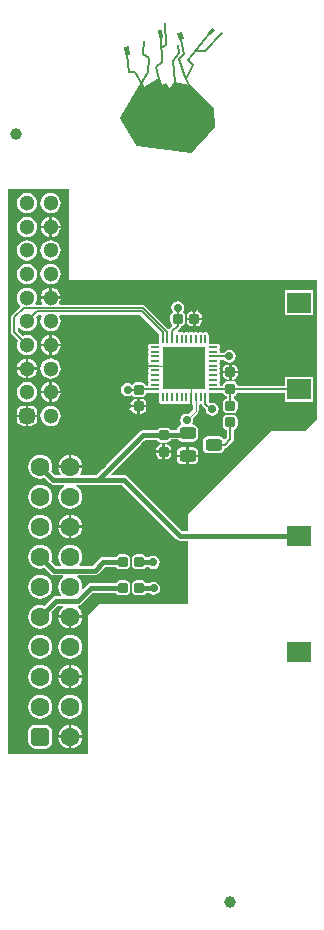
<source format=gtl>
G04*
G04 #@! TF.GenerationSoftware,Altium Limited,Altium Designer,23.3.1 (30)*
G04*
G04 Layer_Physical_Order=1*
G04 Layer_Color=255*
%FSLAX44Y44*%
%MOMM*%
G71*
G04*
G04 #@! TF.SameCoordinates,73034098-7AF1-4D24-A32C-B869409C610D*
G04*
G04*
G04 #@! TF.FilePolarity,Positive*
G04*
G01*
G75*
%ADD10C,0.2000*%
%ADD14C,0.1656*%
G04:AMPARAMS|DCode=16|XSize=0.85mm|YSize=0.85mm|CornerRadius=0.2125mm|HoleSize=0mm|Usage=FLASHONLY|Rotation=270.000|XOffset=0mm|YOffset=0mm|HoleType=Round|Shape=RoundedRectangle|*
%AMROUNDEDRECTD16*
21,1,0.8500,0.4250,0,0,270.0*
21,1,0.4250,0.8500,0,0,270.0*
1,1,0.4250,-0.2125,-0.2125*
1,1,0.4250,-0.2125,0.2125*
1,1,0.4250,0.2125,0.2125*
1,1,0.4250,0.2125,-0.2125*
%
%ADD16ROUNDEDRECTD16*%
G04:AMPARAMS|DCode=17|XSize=0.76mm|YSize=0.15mm|CornerRadius=0.0188mm|HoleSize=0mm|Usage=FLASHONLY|Rotation=180.000|XOffset=0mm|YOffset=0mm|HoleType=Round|Shape=RoundedRectangle|*
%AMROUNDEDRECTD17*
21,1,0.7600,0.1125,0,0,180.0*
21,1,0.7225,0.1500,0,0,180.0*
1,1,0.0375,-0.3613,0.0563*
1,1,0.0375,0.3613,0.0563*
1,1,0.0375,0.3613,-0.0563*
1,1,0.0375,-0.3613,-0.0563*
%
%ADD17ROUNDEDRECTD17*%
G04:AMPARAMS|DCode=18|XSize=0.76mm|YSize=0.15mm|CornerRadius=0.0188mm|HoleSize=0mm|Usage=FLASHONLY|Rotation=270.000|XOffset=0mm|YOffset=0mm|HoleType=Round|Shape=RoundedRectangle|*
%AMROUNDEDRECTD18*
21,1,0.7600,0.1125,0,0,270.0*
21,1,0.7225,0.1500,0,0,270.0*
1,1,0.0375,-0.0563,-0.3613*
1,1,0.0375,-0.0563,0.3613*
1,1,0.0375,0.0563,0.3613*
1,1,0.0375,0.0563,-0.3613*
%
%ADD18ROUNDEDRECTD18*%
G04:AMPARAMS|DCode=19|XSize=0.85mm|YSize=0.85mm|CornerRadius=0.2125mm|HoleSize=0mm|Usage=FLASHONLY|Rotation=0.000|XOffset=0mm|YOffset=0mm|HoleType=Round|Shape=RoundedRectangle|*
%AMROUNDEDRECTD19*
21,1,0.8500,0.4250,0,0,0.0*
21,1,0.4250,0.8500,0,0,0.0*
1,1,0.4250,0.2125,-0.2125*
1,1,0.4250,-0.2125,-0.2125*
1,1,0.4250,-0.2125,0.2125*
1,1,0.4250,0.2125,0.2125*
%
%ADD19ROUNDEDRECTD19*%
G04:AMPARAMS|DCode=20|XSize=1mm|YSize=1.4mm|CornerRadius=0.25mm|HoleSize=0mm|Usage=FLASHONLY|Rotation=270.000|XOffset=0mm|YOffset=0mm|HoleType=Round|Shape=RoundedRectangle|*
%AMROUNDEDRECTD20*
21,1,1.0000,0.9000,0,0,270.0*
21,1,0.5000,1.4000,0,0,270.0*
1,1,0.5000,-0.4500,-0.2500*
1,1,0.5000,-0.4500,0.2500*
1,1,0.5000,0.4500,0.2500*
1,1,0.5000,0.4500,-0.2500*
%
%ADD20ROUNDEDRECTD20*%
%ADD34C,1.0000*%
%ADD35R,3.6000X3.6000*%
%ADD36C,0.4000*%
%ADD37C,0.1500*%
%ADD38C,0.1250*%
%ADD39C,0.5000*%
%ADD40R,2.0000X1.7000*%
%ADD41C,1.3000*%
G04:AMPARAMS|DCode=42|XSize=1.3mm|YSize=1.3mm|CornerRadius=0.325mm|HoleSize=0mm|Usage=FLASHONLY|Rotation=90.000|XOffset=0mm|YOffset=0mm|HoleType=Round|Shape=RoundedRectangle|*
%AMROUNDEDRECTD42*
21,1,1.3000,0.6500,0,0,90.0*
21,1,0.6500,1.3000,0,0,90.0*
1,1,0.6500,0.3250,0.3250*
1,1,0.6500,0.3250,-0.3250*
1,1,0.6500,-0.3250,-0.3250*
1,1,0.6500,-0.3250,0.3250*
%
%ADD42ROUNDEDRECTD42*%
%ADD43C,1.6000*%
G04:AMPARAMS|DCode=44|XSize=1.6mm|YSize=1.6mm|CornerRadius=0.4mm|HoleSize=0mm|Usage=FLASHONLY|Rotation=90.000|XOffset=0mm|YOffset=0mm|HoleType=Round|Shape=RoundedRectangle|*
%AMROUNDEDRECTD44*
21,1,1.6000,0.8000,0,0,90.0*
21,1,0.8000,1.6000,0,0,90.0*
1,1,0.8000,0.4000,0.4000*
1,1,0.8000,0.4000,-0.4000*
1,1,0.8000,-0.4000,-0.4000*
1,1,0.8000,-0.4000,0.4000*
%
%ADD44ROUNDEDRECTD44*%
%ADD45C,0.7000*%
G36*
X73000Y547000D02*
X283000D01*
Y429000D01*
X273000Y419000D01*
X245000D01*
X174250Y348250D01*
Y334078D01*
X168689D01*
X122534Y380234D01*
X121211Y381118D01*
X119650Y381428D01*
X119650Y381428D01*
X109505D01*
X109019Y382602D01*
X137589Y411172D01*
X147719D01*
X148401Y410151D01*
X149766Y409239D01*
X151375Y408919D01*
X155625D01*
X157234Y409239D01*
X158599Y410151D01*
X159511Y411516D01*
X159544Y411681D01*
X165554D01*
X166006Y411006D01*
X167494Y410011D01*
X169250Y409662D01*
X178250D01*
X180006Y410011D01*
X181494Y411006D01*
X182489Y412494D01*
X182838Y414250D01*
Y419250D01*
X182489Y421006D01*
X181494Y422494D01*
X180006Y423489D01*
X178250Y423838D01*
X177683Y425108D01*
X178181Y425854D01*
X178608Y428000D01*
X178305Y429520D01*
X182642Y433857D01*
X183223Y434726D01*
X183426Y435750D01*
X183426Y435750D01*
Y440783D01*
X184188Y441407D01*
X185312D01*
X185960Y441536D01*
X186160Y440533D01*
X186767Y439623D01*
X189168Y437223D01*
X189142Y437094D01*
X189569Y434948D01*
X190785Y433129D01*
X192604Y431913D01*
X194750Y431486D01*
X196896Y431913D01*
X198715Y433129D01*
X199931Y434948D01*
X200358Y437094D01*
X199931Y439240D01*
X198715Y441059D01*
X196896Y442275D01*
X194750Y442702D01*
X192621Y442278D01*
X192476Y442374D01*
X191554Y443092D01*
Y447250D01*
X191543Y447305D01*
Y449981D01*
X191812Y450938D01*
X192769Y451207D01*
X195445D01*
X195500Y451196D01*
X203937D01*
X203989Y450935D01*
X204901Y449571D01*
X206266Y448659D01*
X207196Y448474D01*
Y446196D01*
X206266Y446011D01*
X204901Y445099D01*
X203989Y443735D01*
X203669Y442125D01*
Y437875D01*
X203989Y436265D01*
X204901Y434901D01*
X206266Y433989D01*
X207875Y433669D01*
X212125D01*
X213734Y433989D01*
X215099Y434901D01*
X216011Y436265D01*
X216331Y437875D01*
Y442125D01*
X216011Y443735D01*
X215099Y445099D01*
X213734Y446011D01*
X212804Y446196D01*
Y448474D01*
X213734Y448659D01*
X215099Y449571D01*
X216011Y450935D01*
X216063Y451196D01*
X256000D01*
Y443500D01*
X280000D01*
Y464500D01*
X256000D01*
Y456804D01*
X216329D01*
X216011Y458404D01*
X215099Y459769D01*
X213734Y460680D01*
X212125Y461001D01*
X207875D01*
X206266Y460680D01*
X204901Y459769D01*
X203989Y458404D01*
X203671Y456804D01*
X201863D01*
X201343Y457438D01*
Y458563D01*
X201173Y459416D01*
X200783Y460000D01*
X201173Y460584D01*
X201343Y461437D01*
Y462562D01*
X201173Y463416D01*
X200783Y464000D01*
X201173Y464584D01*
X201343Y465438D01*
Y466562D01*
X201173Y467416D01*
X200783Y468000D01*
X201173Y468584D01*
X201343Y469437D01*
Y470563D01*
X201173Y471416D01*
X200783Y472000D01*
X201173Y472584D01*
X201343Y473438D01*
Y474562D01*
X201173Y475416D01*
X200783Y476000D01*
X201173Y476584D01*
X201343Y477438D01*
Y478562D01*
X201863Y479196D01*
X204259D01*
X205035Y478035D01*
X206854Y476819D01*
X209000Y476392D01*
X211146Y476819D01*
X212965Y478035D01*
X214181Y479854D01*
X214608Y482000D01*
X214181Y484146D01*
X212965Y485965D01*
X211146Y487181D01*
X209000Y487608D01*
X206854Y487181D01*
X205035Y485965D01*
X204259Y484804D01*
X201863D01*
X201343Y485438D01*
Y486562D01*
X201173Y487416D01*
X200783Y488000D01*
X201173Y488584D01*
X201343Y489437D01*
Y490563D01*
X201173Y491416D01*
X200690Y492140D01*
X199966Y492623D01*
X199112Y492793D01*
X192769D01*
X191812Y493062D01*
X191543Y494019D01*
Y500363D01*
X191373Y501216D01*
X190890Y501940D01*
X190166Y502423D01*
X189312Y502593D01*
X188188D01*
X187334Y502423D01*
X186750Y502033D01*
X186166Y502423D01*
X185312Y502593D01*
X184188D01*
X183334Y502423D01*
X182750Y502033D01*
X182166Y502423D01*
X181313Y502593D01*
X180187D01*
X179334Y502423D01*
X178750Y502033D01*
X178166Y502423D01*
X177313Y502593D01*
X176187D01*
X175334Y502423D01*
X174750Y502033D01*
X174166Y502423D01*
X173312Y502593D01*
X172188D01*
X171334Y502423D01*
X170750Y502033D01*
X170166Y502423D01*
X169312Y502593D01*
X168188D01*
X167334Y502423D01*
X166937Y502158D01*
X165722Y502606D01*
X165321Y503578D01*
X165324Y503858D01*
X167483Y506017D01*
X168090Y506927D01*
X168212Y507536D01*
X169235Y507739D01*
X170599Y508651D01*
X171511Y510015D01*
X171831Y511625D01*
Y515875D01*
X171511Y517485D01*
X170599Y518849D01*
X169729Y519430D01*
X170681Y520854D01*
X171108Y523000D01*
X170681Y525146D01*
X169465Y526965D01*
X167646Y528181D01*
X165500Y528608D01*
X163354Y528181D01*
X161535Y526965D01*
X160319Y525146D01*
X159892Y523000D01*
X160319Y520854D01*
X161271Y519430D01*
X160401Y518849D01*
X159489Y517485D01*
X159169Y515875D01*
Y511625D01*
X159489Y510015D01*
X160401Y508651D01*
X160639Y508492D01*
X160763Y507228D01*
X158972Y505437D01*
X157566Y505399D01*
X138083Y524883D01*
X137173Y525490D01*
X136100Y525704D01*
X65387D01*
X64825Y526843D01*
X65225Y527363D01*
X66081Y529431D01*
X66242Y530650D01*
X57800D01*
X49358D01*
X49519Y529431D01*
X50375Y527363D01*
X50775Y526843D01*
X50213Y525704D01*
X45387D01*
X44825Y526843D01*
X45225Y527363D01*
X46081Y529431D01*
X46373Y531650D01*
X46081Y533869D01*
X45225Y535937D01*
X43862Y537712D01*
X42087Y539075D01*
X40019Y539931D01*
X37800Y540223D01*
X35581Y539931D01*
X33513Y539075D01*
X31738Y537712D01*
X30375Y535937D01*
X29519Y533869D01*
X29227Y531650D01*
X29519Y529431D01*
X30375Y527363D01*
X31738Y525588D01*
X32040Y525356D01*
X32123Y524088D01*
X25017Y516983D01*
X24410Y516073D01*
X24196Y515000D01*
Y502450D01*
X24410Y501377D01*
X25017Y500467D01*
X30133Y495352D01*
X29519Y493869D01*
X29227Y491650D01*
X29519Y489431D01*
X30375Y487363D01*
X31738Y485588D01*
X33513Y484225D01*
X35581Y483369D01*
X37800Y483077D01*
X40019Y483369D01*
X42087Y484225D01*
X43862Y485588D01*
X45225Y487363D01*
X46081Y489431D01*
X46373Y491650D01*
X46081Y493869D01*
X45225Y495937D01*
X43862Y497712D01*
X42087Y499075D01*
X40019Y499931D01*
X37800Y500223D01*
X35581Y499931D01*
X34098Y499317D01*
X29804Y503611D01*
Y506022D01*
X31074Y506453D01*
X31738Y505588D01*
X33513Y504225D01*
X35581Y503369D01*
X37800Y503077D01*
X40019Y503369D01*
X42087Y504225D01*
X43862Y505588D01*
X45225Y507363D01*
X46081Y509431D01*
X46373Y511650D01*
X46081Y513869D01*
X45467Y515352D01*
X47461Y517346D01*
X50021D01*
X50583Y516207D01*
X50375Y515937D01*
X49519Y513869D01*
X49227Y511650D01*
X49519Y509431D01*
X50375Y507363D01*
X51738Y505588D01*
X53513Y504225D01*
X55581Y503369D01*
X57800Y503077D01*
X60019Y503369D01*
X62087Y504225D01*
X63862Y505588D01*
X65225Y507363D01*
X66081Y509431D01*
X66373Y511650D01*
X66081Y513869D01*
X65225Y515937D01*
X65017Y516207D01*
X65579Y517346D01*
X133689D01*
X149946Y501089D01*
Y496750D01*
X149957Y496695D01*
Y494019D01*
X149688Y493062D01*
X148731Y492793D01*
X142388D01*
X141534Y492623D01*
X140810Y492140D01*
X140327Y491416D01*
X140157Y490563D01*
Y489437D01*
X140327Y488584D01*
X140717Y488000D01*
X140327Y487416D01*
X140157Y486562D01*
Y485438D01*
X140327Y484584D01*
X140717Y484000D01*
X140327Y483416D01*
X140157Y482562D01*
Y481437D01*
X140327Y480584D01*
X140717Y480000D01*
X140327Y479416D01*
X140157Y478563D01*
Y477438D01*
X140327Y476584D01*
X140717Y476000D01*
X140327Y475416D01*
X140244Y475000D01*
X146000D01*
Y473000D01*
X140244D01*
X140327Y472584D01*
X140717Y472000D01*
X140327Y471416D01*
X140157Y470563D01*
Y469437D01*
X140327Y468584D01*
X140717Y468000D01*
X140327Y467416D01*
X140157Y466562D01*
Y465438D01*
X140327Y464584D01*
X140717Y464000D01*
X140327Y463416D01*
X140157Y462562D01*
Y461437D01*
X140327Y460584D01*
X140717Y460000D01*
X140327Y459416D01*
X140157Y458563D01*
Y457438D01*
X139637Y456804D01*
X138396D01*
X138261Y457485D01*
X137349Y458849D01*
X135984Y459761D01*
X134375Y460081D01*
X130125D01*
X128516Y459761D01*
X127151Y458849D01*
X126595Y458017D01*
X125141Y458988D01*
X122995Y459415D01*
X120849Y458988D01*
X119030Y457773D01*
X117814Y455953D01*
X117387Y453807D01*
X117814Y451661D01*
X119030Y449842D01*
X120849Y448627D01*
X122995Y448200D01*
X125141Y448627D01*
X126542Y449562D01*
X127151Y448651D01*
X128516Y447739D01*
X130125Y447419D01*
X134375D01*
X135984Y447739D01*
X137349Y448651D01*
X138261Y450015D01*
X138496Y451196D01*
X146000D01*
X146055Y451207D01*
X148731D01*
X149688Y450938D01*
X149957Y449981D01*
Y443638D01*
X150127Y442784D01*
X150610Y442060D01*
X151334Y441577D01*
X152188Y441407D01*
X153313D01*
X154166Y441577D01*
X154750Y441967D01*
X155334Y441577D01*
X156187Y441407D01*
X157312D01*
X158166Y441577D01*
X158750Y441967D01*
X159334Y441577D01*
X160187Y441407D01*
X161313D01*
X162166Y441577D01*
X162750Y441967D01*
X163334Y441577D01*
X164188Y441407D01*
X165312D01*
X166166Y441577D01*
X166750Y441967D01*
X167334Y441577D01*
X168188Y441407D01*
X169312D01*
X170166Y441577D01*
X170750Y441967D01*
X171334Y441577D01*
X172188Y441407D01*
X173312D01*
X174166Y441577D01*
X174750Y441967D01*
X175334Y441577D01*
X175750Y441494D01*
Y447250D01*
X177750D01*
Y441048D01*
X178074Y440783D01*
Y436859D01*
X174520Y433305D01*
X173000Y433608D01*
X170854Y433181D01*
X169035Y431965D01*
X167819Y430146D01*
X167392Y428000D01*
X167819Y425854D01*
X168412Y424966D01*
X167828Y423555D01*
X167494Y423489D01*
X166006Y422494D01*
X165011Y421006D01*
X164779Y419838D01*
X158940D01*
X158599Y420349D01*
X157234Y421261D01*
X155625Y421581D01*
X151375D01*
X149766Y421261D01*
X148401Y420349D01*
X147719Y419328D01*
X135900D01*
X135900Y419328D01*
X134339Y419018D01*
X133016Y418134D01*
X96311Y381428D01*
X83103D01*
X82476Y382698D01*
X83135Y383557D01*
X84143Y385989D01*
X84355Y387600D01*
X74400D01*
X64445D01*
X64657Y385989D01*
X65665Y383557D01*
X66324Y382698D01*
X65697Y381428D01*
X61939D01*
X58343Y385025D01*
X58743Y385989D01*
X59086Y388600D01*
X58743Y391211D01*
X57735Y393643D01*
X56132Y395732D01*
X54043Y397335D01*
X51610Y398343D01*
X49000Y398686D01*
X46389Y398343D01*
X43957Y397335D01*
X41868Y395732D01*
X40265Y393643D01*
X39257Y391211D01*
X38914Y388600D01*
X39257Y385989D01*
X40265Y383557D01*
X41868Y381468D01*
X43957Y379865D01*
X46389Y378857D01*
X49000Y378514D01*
X51610Y378857D01*
X52575Y379257D01*
X57366Y374466D01*
X58689Y373582D01*
X60250Y373272D01*
X60250Y373272D01*
X69265D01*
X69518Y372002D01*
X69357Y371935D01*
X67268Y370332D01*
X65665Y368243D01*
X64657Y365811D01*
X64314Y363200D01*
X64657Y360589D01*
X65665Y358157D01*
X67268Y356068D01*
X69357Y354465D01*
X71789Y353457D01*
X74400Y353114D01*
X77010Y353457D01*
X79443Y354465D01*
X81532Y356068D01*
X83135Y358157D01*
X84143Y360589D01*
X84486Y363200D01*
X84143Y365811D01*
X83135Y368243D01*
X81532Y370332D01*
X79443Y371935D01*
X79282Y372002D01*
X79535Y373272D01*
X98000D01*
X98000Y373272D01*
X98000Y373272D01*
X117961D01*
X164116Y327116D01*
X164116Y327116D01*
X165439Y326232D01*
X167000Y325922D01*
X174250D01*
Y272000D01*
X98500D01*
X89750Y263250D01*
Y145250D01*
X21500D01*
Y623250D01*
X73000D01*
Y547000D01*
D02*
G37*
G36*
X176621Y655304D02*
X130819Y660841D01*
X117049Y683963D01*
X134471Y712805D01*
X136477Y708876D01*
X149641Y716497D01*
X152066Y710088D01*
X154721Y712109D01*
X158936Y707202D01*
X162920Y714014D01*
X174553Y711676D01*
X194905Y691065D01*
X195771Y675996D01*
X176621Y655304D01*
D02*
G37*
G36*
X120075Y743991D02*
X121104Y736678D01*
X125324Y737272D01*
X124295Y744585D01*
X120075Y743991D01*
D02*
G37*
G36*
X148784Y758153D02*
X149258Y751458D01*
X152924Y751717D01*
X152451Y758412D01*
X148784Y758153D01*
D02*
G37*
G36*
X165139Y755704D02*
X166521Y749637D01*
X170807Y750613D01*
X169424Y756680D01*
X165139Y755704D01*
D02*
G37*
G36*
X194591Y760354D02*
X190851Y755976D01*
X193391Y753806D01*
X197131Y758185D01*
X194591Y760354D01*
D02*
G37*
%LPC*%
G36*
X57800Y620223D02*
X55581Y619931D01*
X53513Y619075D01*
X51738Y617712D01*
X50375Y615937D01*
X49519Y613869D01*
X49227Y611650D01*
X49519Y609431D01*
X50375Y607363D01*
X51738Y605588D01*
X53513Y604225D01*
X55581Y603369D01*
X57800Y603077D01*
X60019Y603369D01*
X62087Y604225D01*
X63862Y605588D01*
X65225Y607363D01*
X66081Y609431D01*
X66373Y611650D01*
X66081Y613869D01*
X65225Y615937D01*
X63862Y617712D01*
X62087Y619075D01*
X60019Y619931D01*
X57800Y620223D01*
D02*
G37*
G36*
X37800D02*
X35581Y619931D01*
X33513Y619075D01*
X31738Y617712D01*
X30375Y615937D01*
X29519Y613869D01*
X29227Y611650D01*
X29519Y609431D01*
X30375Y607363D01*
X31738Y605588D01*
X33513Y604225D01*
X35581Y603369D01*
X37800Y603077D01*
X40019Y603369D01*
X42087Y604225D01*
X43862Y605588D01*
X45225Y607363D01*
X46081Y609431D01*
X46373Y611650D01*
X46081Y613869D01*
X45225Y615937D01*
X43862Y617712D01*
X42087Y619075D01*
X40019Y619931D01*
X37800Y620223D01*
D02*
G37*
G36*
X58800Y600092D02*
Y592650D01*
X66242D01*
X66081Y593869D01*
X65225Y595937D01*
X63862Y597712D01*
X62087Y599075D01*
X60019Y599931D01*
X58800Y600092D01*
D02*
G37*
G36*
X56800D02*
X55581Y599931D01*
X53513Y599075D01*
X51738Y597712D01*
X50375Y595937D01*
X49519Y593869D01*
X49358Y592650D01*
X56800D01*
Y600092D01*
D02*
G37*
G36*
X66242Y590650D02*
X58800D01*
Y583208D01*
X60019Y583369D01*
X62087Y584225D01*
X63862Y585588D01*
X65225Y587363D01*
X66081Y589431D01*
X66242Y590650D01*
D02*
G37*
G36*
X56800D02*
X49358D01*
X49519Y589431D01*
X50375Y587363D01*
X51738Y585588D01*
X53513Y584225D01*
X55581Y583369D01*
X56800Y583208D01*
Y590650D01*
D02*
G37*
G36*
X37800Y600223D02*
X35581Y599931D01*
X33513Y599075D01*
X31738Y597712D01*
X30375Y595937D01*
X29519Y593869D01*
X29227Y591650D01*
X29519Y589431D01*
X30375Y587363D01*
X31738Y585588D01*
X33513Y584225D01*
X35581Y583369D01*
X37800Y583077D01*
X40019Y583369D01*
X42087Y584225D01*
X43862Y585588D01*
X45225Y587363D01*
X46081Y589431D01*
X46373Y591650D01*
X46081Y593869D01*
X45225Y595937D01*
X43862Y597712D01*
X42087Y599075D01*
X40019Y599931D01*
X37800Y600223D01*
D02*
G37*
G36*
X57800Y580223D02*
X55581Y579931D01*
X53513Y579075D01*
X51738Y577712D01*
X50375Y575937D01*
X49519Y573869D01*
X49227Y571650D01*
X49519Y569431D01*
X50375Y567363D01*
X51738Y565588D01*
X53513Y564225D01*
X55581Y563369D01*
X57800Y563077D01*
X60019Y563369D01*
X62087Y564225D01*
X63862Y565588D01*
X65225Y567363D01*
X66081Y569431D01*
X66373Y571650D01*
X66081Y573869D01*
X65225Y575937D01*
X63862Y577712D01*
X62087Y579075D01*
X60019Y579931D01*
X57800Y580223D01*
D02*
G37*
G36*
X37800D02*
X35581Y579931D01*
X33513Y579075D01*
X31738Y577712D01*
X30375Y575937D01*
X29519Y573869D01*
X29227Y571650D01*
X29519Y569431D01*
X30375Y567363D01*
X31738Y565588D01*
X33513Y564225D01*
X35581Y563369D01*
X37800Y563077D01*
X40019Y563369D01*
X42087Y564225D01*
X43862Y565588D01*
X45225Y567363D01*
X46081Y569431D01*
X46373Y571650D01*
X46081Y573869D01*
X45225Y575937D01*
X43862Y577712D01*
X42087Y579075D01*
X40019Y579931D01*
X37800Y580223D01*
D02*
G37*
G36*
X57800Y560223D02*
X55581Y559931D01*
X53513Y559075D01*
X51738Y557712D01*
X50375Y555937D01*
X49519Y553869D01*
X49227Y551650D01*
X49519Y549431D01*
X50375Y547363D01*
X51738Y545588D01*
X53513Y544225D01*
X55581Y543369D01*
X57800Y543077D01*
X60019Y543369D01*
X62087Y544225D01*
X63862Y545588D01*
X65225Y547363D01*
X66081Y549431D01*
X66373Y551650D01*
X66081Y553869D01*
X65225Y555937D01*
X63862Y557712D01*
X62087Y559075D01*
X60019Y559931D01*
X57800Y560223D01*
D02*
G37*
G36*
X37800D02*
X35581Y559931D01*
X33513Y559075D01*
X31738Y557712D01*
X30375Y555937D01*
X29519Y553869D01*
X29227Y551650D01*
X29519Y549431D01*
X30375Y547363D01*
X31738Y545588D01*
X33513Y544225D01*
X35581Y543369D01*
X37800Y543077D01*
X40019Y543369D01*
X42087Y544225D01*
X43862Y545588D01*
X45225Y547363D01*
X46081Y549431D01*
X46373Y551650D01*
X46081Y553869D01*
X45225Y555937D01*
X43862Y557712D01*
X42087Y559075D01*
X40019Y559931D01*
X37800Y560223D01*
D02*
G37*
G36*
X58800Y540092D02*
Y532650D01*
X66242D01*
X66081Y533869D01*
X65225Y535937D01*
X63862Y537712D01*
X62087Y539075D01*
X60019Y539931D01*
X58800Y540092D01*
D02*
G37*
G36*
X56800D02*
X55581Y539931D01*
X53513Y539075D01*
X51738Y537712D01*
X50375Y535937D01*
X49519Y533869D01*
X49358Y532650D01*
X56800D01*
Y540092D01*
D02*
G37*
G36*
X280000Y538000D02*
X256000D01*
Y517000D01*
X280000D01*
Y538000D01*
D02*
G37*
G36*
X179500Y526059D02*
X178330Y525826D01*
X177337Y525163D01*
X176674Y524170D01*
X176441Y523000D01*
Y519895D01*
X175765Y519761D01*
X174401Y518849D01*
X173489Y517485D01*
X173169Y515875D01*
Y514750D01*
X179500D01*
X185831D01*
Y515875D01*
X185511Y517485D01*
X184599Y518849D01*
X183235Y519761D01*
X182559Y519895D01*
Y523000D01*
X182326Y524170D01*
X181663Y525163D01*
X180671Y525826D01*
X179500Y526059D01*
D02*
G37*
G36*
X185831Y512750D02*
X180500D01*
Y507419D01*
X181625D01*
X183235Y507739D01*
X184599Y508651D01*
X185511Y510015D01*
X185831Y511625D01*
Y512750D01*
D02*
G37*
G36*
X178500D02*
X173169D01*
Y511625D01*
X173489Y510015D01*
X174401Y508651D01*
X175765Y507739D01*
X177375Y507419D01*
X178500D01*
Y512750D01*
D02*
G37*
G36*
X58800Y500092D02*
Y492650D01*
X66242D01*
X66081Y493869D01*
X65225Y495937D01*
X63862Y497712D01*
X62087Y499075D01*
X60019Y499931D01*
X58800Y500092D01*
D02*
G37*
G36*
X56800D02*
X55581Y499931D01*
X53513Y499075D01*
X51738Y497712D01*
X50375Y495937D01*
X49519Y493869D01*
X49358Y492650D01*
X56800D01*
Y500092D01*
D02*
G37*
G36*
X66242Y490650D02*
X58800D01*
Y483208D01*
X60019Y483369D01*
X62087Y484225D01*
X63862Y485588D01*
X65225Y487363D01*
X66081Y489431D01*
X66242Y490650D01*
D02*
G37*
G36*
X56800D02*
X49358D01*
X49519Y489431D01*
X50375Y487363D01*
X51738Y485588D01*
X53513Y484225D01*
X55581Y483369D01*
X56800Y483208D01*
Y490650D01*
D02*
G37*
G36*
X38800Y480092D02*
Y472650D01*
X46242D01*
X46081Y473869D01*
X45225Y475937D01*
X43862Y477712D01*
X42087Y479075D01*
X40019Y479931D01*
X38800Y480092D01*
D02*
G37*
G36*
X36800D02*
X35581Y479931D01*
X33513Y479075D01*
X31738Y477712D01*
X30375Y475937D01*
X29519Y473869D01*
X29358Y472650D01*
X36800D01*
Y480092D01*
D02*
G37*
G36*
X212125Y475000D02*
X211000D01*
Y469670D01*
X216331D01*
Y470795D01*
X216011Y472404D01*
X215099Y473769D01*
X213734Y474680D01*
X212125Y475000D01*
D02*
G37*
G36*
X209000D02*
X207875D01*
X206266Y474680D01*
X204901Y473769D01*
X203989Y472404D01*
X203669Y470795D01*
Y469670D01*
X209000D01*
Y475000D01*
D02*
G37*
G36*
X36800Y470650D02*
X29358D01*
X29519Y469431D01*
X30375Y467363D01*
X31738Y465588D01*
X33513Y464225D01*
X35581Y463369D01*
X36800Y463208D01*
Y470650D01*
D02*
G37*
G36*
X46242D02*
X38800D01*
Y463208D01*
X40019Y463369D01*
X42087Y464225D01*
X43862Y465588D01*
X45225Y467363D01*
X46081Y469431D01*
X46242Y470650D01*
D02*
G37*
G36*
X57800Y480223D02*
X55581Y479931D01*
X53513Y479075D01*
X51738Y477712D01*
X50375Y475937D01*
X49519Y473869D01*
X49227Y471650D01*
X49519Y469431D01*
X50375Y467363D01*
X51738Y465588D01*
X53513Y464225D01*
X55581Y463369D01*
X57800Y463077D01*
X60019Y463369D01*
X62087Y464225D01*
X63862Y465588D01*
X65225Y467363D01*
X66081Y469431D01*
X66373Y471650D01*
X66081Y473869D01*
X65225Y475937D01*
X63862Y477712D01*
X62087Y479075D01*
X60019Y479931D01*
X57800Y480223D01*
D02*
G37*
G36*
X216331Y467670D02*
X211000D01*
Y462339D01*
X212125D01*
X213734Y462659D01*
X215099Y463571D01*
X216011Y464935D01*
X216331Y466545D01*
Y467670D01*
D02*
G37*
G36*
X209000D02*
X203669D01*
Y466545D01*
X203989Y464935D01*
X204901Y463571D01*
X206266Y462659D01*
X207875Y462339D01*
X209000D01*
Y467670D01*
D02*
G37*
G36*
X58800Y460092D02*
Y452650D01*
X66242D01*
X66081Y453869D01*
X65225Y455937D01*
X63862Y457712D01*
X62087Y459075D01*
X60019Y459931D01*
X58800Y460092D01*
D02*
G37*
G36*
X56800D02*
X55581Y459931D01*
X53513Y459075D01*
X51738Y457712D01*
X50375Y455937D01*
X49519Y453869D01*
X49358Y452650D01*
X56800D01*
Y460092D01*
D02*
G37*
G36*
X66242Y450650D02*
X58800D01*
Y443208D01*
X60019Y443369D01*
X62087Y444225D01*
X63862Y445588D01*
X65225Y447363D01*
X66081Y449431D01*
X66242Y450650D01*
D02*
G37*
G36*
X56800D02*
X49358D01*
X49519Y449431D01*
X50375Y447363D01*
X51738Y445588D01*
X53513Y444225D01*
X55581Y443369D01*
X56800Y443208D01*
Y450650D01*
D02*
G37*
G36*
X37800Y460223D02*
X35581Y459931D01*
X33513Y459075D01*
X31738Y457712D01*
X30375Y455937D01*
X29519Y453869D01*
X29227Y451650D01*
X29519Y449431D01*
X30375Y447363D01*
X31738Y445588D01*
X33513Y444225D01*
X35581Y443369D01*
X37800Y443077D01*
X40019Y443369D01*
X42087Y444225D01*
X43862Y445588D01*
X45225Y447363D01*
X46081Y449431D01*
X46373Y451650D01*
X46081Y453869D01*
X45225Y455937D01*
X43862Y457712D01*
X42087Y459075D01*
X40019Y459931D01*
X37800Y460223D01*
D02*
G37*
G36*
X134375Y446081D02*
X133250D01*
Y440750D01*
X138581D01*
Y441875D01*
X138261Y443484D01*
X137349Y444849D01*
X135984Y445761D01*
X134375Y446081D01*
D02*
G37*
G36*
X138581Y438750D02*
X133250D01*
Y433419D01*
X134375D01*
X135984Y433739D01*
X137349Y434651D01*
X138261Y436016D01*
X138581Y437625D01*
Y438750D01*
D02*
G37*
G36*
X131250Y446081D02*
X130125D01*
X128516Y445761D01*
X127151Y444849D01*
X126239Y443484D01*
X126105Y442809D01*
X122750D01*
X121580Y442576D01*
X120587Y441913D01*
X119924Y440920D01*
X119691Y439750D01*
X119924Y438579D01*
X120587Y437587D01*
X121580Y436924D01*
X122750Y436691D01*
X126105D01*
X126239Y436016D01*
X127151Y434651D01*
X128516Y433739D01*
X130125Y433419D01*
X131250D01*
Y439750D01*
Y446081D01*
D02*
G37*
G36*
X41050Y440253D02*
X38800D01*
Y432650D01*
X46403D01*
Y434900D01*
X45995Y436948D01*
X44835Y438685D01*
X43098Y439845D01*
X41050Y440253D01*
D02*
G37*
G36*
X36800D02*
X34550D01*
X32502Y439845D01*
X30765Y438685D01*
X29605Y436948D01*
X29197Y434900D01*
Y432650D01*
X36800D01*
Y440253D01*
D02*
G37*
G36*
X57800Y440223D02*
X55581Y439931D01*
X53513Y439075D01*
X51738Y437712D01*
X50375Y435937D01*
X49519Y433869D01*
X49227Y431650D01*
X49519Y429431D01*
X50375Y427363D01*
X51738Y425588D01*
X53513Y424225D01*
X55581Y423369D01*
X57800Y423077D01*
X60019Y423369D01*
X62087Y424225D01*
X63862Y425588D01*
X65225Y427363D01*
X66081Y429431D01*
X66373Y431650D01*
X66081Y433869D01*
X65225Y435937D01*
X63862Y437712D01*
X62087Y439075D01*
X60019Y439931D01*
X57800Y440223D01*
D02*
G37*
G36*
X46403Y430650D02*
X38800D01*
Y423047D01*
X41050D01*
X43098Y423455D01*
X44835Y424615D01*
X45995Y426352D01*
X46403Y428400D01*
Y430650D01*
D02*
G37*
G36*
X36800D02*
X29197D01*
Y428400D01*
X29605Y426352D01*
X30765Y424615D01*
X32502Y423455D01*
X34550Y423047D01*
X36800D01*
Y430650D01*
D02*
G37*
G36*
X212125Y432331D02*
X207875D01*
X206266Y432011D01*
X204901Y431099D01*
X203989Y429734D01*
X203669Y428125D01*
Y423875D01*
X203989Y422266D01*
X204901Y420901D01*
X206266Y419989D01*
X206941Y419855D01*
Y413267D01*
X205601Y411927D01*
X204046Y412168D01*
X203494Y412994D01*
X202006Y413989D01*
X200250Y414338D01*
X191250D01*
X189494Y413989D01*
X188006Y412994D01*
X187011Y411506D01*
X186662Y409750D01*
Y404750D01*
X187011Y402994D01*
X188006Y401506D01*
X189494Y400511D01*
X191250Y400162D01*
X200250D01*
X202006Y400511D01*
X203494Y401506D01*
X204489Y402994D01*
X204541Y403254D01*
X205250Y404191D01*
X206421Y404424D01*
X207413Y405087D01*
X212163Y409837D01*
X212826Y410830D01*
X213059Y412000D01*
X213059Y412000D01*
Y419855D01*
X213734Y419989D01*
X215099Y420901D01*
X216011Y422266D01*
X216331Y423875D01*
Y428125D01*
X216011Y429734D01*
X215099Y431099D01*
X213734Y432011D01*
X212125Y432331D01*
D02*
G37*
G36*
X155625Y407581D02*
X154500D01*
Y402250D01*
X159831D01*
Y403375D01*
X159511Y404985D01*
X158599Y406349D01*
X157234Y407261D01*
X155625Y407581D01*
D02*
G37*
G36*
X152500D02*
X151375D01*
X149766Y407261D01*
X148401Y406349D01*
X147489Y404985D01*
X147169Y403375D01*
Y402250D01*
X152500D01*
Y407581D01*
D02*
G37*
G36*
X178250Y404838D02*
X174750D01*
Y398750D01*
X182838D01*
Y400250D01*
X182489Y402006D01*
X181494Y403494D01*
X180006Y404489D01*
X178250Y404838D01*
D02*
G37*
G36*
X172750D02*
X169250D01*
X167494Y404489D01*
X166006Y403494D01*
X165011Y402006D01*
X164662Y400250D01*
Y398750D01*
X172750D01*
Y404838D01*
D02*
G37*
G36*
X159831Y400250D02*
X154500D01*
Y394919D01*
X155625D01*
X157234Y395239D01*
X158599Y396151D01*
X159511Y397515D01*
X159831Y399125D01*
Y400250D01*
D02*
G37*
G36*
X152500D02*
X147169D01*
Y399125D01*
X147489Y397515D01*
X148401Y396151D01*
X149766Y395239D01*
X151375Y394919D01*
X152500D01*
Y400250D01*
D02*
G37*
G36*
X182838Y396750D02*
X174750D01*
Y390662D01*
X178250D01*
X180006Y391011D01*
X181494Y392006D01*
X182489Y393494D01*
X182838Y395250D01*
Y396750D01*
D02*
G37*
G36*
X172750D02*
X164662D01*
Y395250D01*
X165011Y393494D01*
X166006Y392006D01*
X167494Y391011D01*
X169250Y390662D01*
X172750D01*
Y396750D01*
D02*
G37*
G36*
X75400Y398555D02*
Y389600D01*
X84355D01*
X84143Y391211D01*
X83135Y393643D01*
X81532Y395732D01*
X79443Y397335D01*
X77010Y398343D01*
X75400Y398555D01*
D02*
G37*
G36*
X73400D02*
X71789Y398343D01*
X69357Y397335D01*
X67268Y395732D01*
X65665Y393643D01*
X64657Y391211D01*
X64445Y389600D01*
X73400D01*
Y398555D01*
D02*
G37*
G36*
X49000Y373286D02*
X46389Y372943D01*
X43957Y371935D01*
X41868Y370332D01*
X40265Y368243D01*
X39257Y365811D01*
X38914Y363200D01*
X39257Y360589D01*
X40265Y358157D01*
X41868Y356068D01*
X43957Y354465D01*
X46389Y353457D01*
X49000Y353114D01*
X51610Y353457D01*
X54043Y354465D01*
X56132Y356068D01*
X57735Y358157D01*
X58743Y360589D01*
X59086Y363200D01*
X58743Y365811D01*
X57735Y368243D01*
X56132Y370332D01*
X54043Y371935D01*
X51610Y372943D01*
X49000Y373286D01*
D02*
G37*
G36*
X75400Y347755D02*
Y338800D01*
X84355D01*
X84143Y340410D01*
X83135Y342843D01*
X81532Y344932D01*
X79443Y346535D01*
X77010Y347543D01*
X75400Y347755D01*
D02*
G37*
G36*
X73400D02*
X71789Y347543D01*
X69357Y346535D01*
X67268Y344932D01*
X65665Y342843D01*
X64657Y340410D01*
X64445Y338800D01*
X73400D01*
Y347755D01*
D02*
G37*
G36*
X84355Y336800D02*
X75400D01*
Y327845D01*
X77010Y328057D01*
X79443Y329065D01*
X81532Y330668D01*
X83135Y332757D01*
X84143Y335190D01*
X84355Y336800D01*
D02*
G37*
G36*
X73400D02*
X64445D01*
X64657Y335190D01*
X65665Y332757D01*
X67268Y330668D01*
X69357Y329065D01*
X71789Y328057D01*
X73400Y327845D01*
Y336800D01*
D02*
G37*
G36*
X49000Y347886D02*
X46389Y347543D01*
X43957Y346535D01*
X41868Y344932D01*
X40265Y342843D01*
X39257Y340410D01*
X38914Y337800D01*
X39257Y335190D01*
X40265Y332757D01*
X41868Y330668D01*
X43957Y329065D01*
X46389Y328057D01*
X49000Y327714D01*
X51610Y328057D01*
X54043Y329065D01*
X56132Y330668D01*
X57735Y332757D01*
X58743Y335190D01*
X59086Y337800D01*
X58743Y340410D01*
X57735Y342843D01*
X56132Y344932D01*
X54043Y346535D01*
X51610Y347543D01*
X49000Y347886D01*
D02*
G37*
G36*
X74400Y322486D02*
X71789Y322143D01*
X69357Y321135D01*
X67268Y319532D01*
X65665Y317443D01*
X64657Y315011D01*
X64314Y312400D01*
X64657Y309790D01*
X65665Y307357D01*
X66823Y305848D01*
X66196Y304578D01*
X62589D01*
X58343Y308825D01*
X58743Y309790D01*
X59086Y312400D01*
X58743Y315011D01*
X57735Y317443D01*
X56132Y319532D01*
X54043Y321135D01*
X51610Y322143D01*
X49000Y322486D01*
X46389Y322143D01*
X43957Y321135D01*
X41868Y319532D01*
X40265Y317443D01*
X39257Y315011D01*
X38914Y312400D01*
X39257Y309790D01*
X40265Y307357D01*
X41868Y305268D01*
X43957Y303665D01*
X46389Y302657D01*
X49000Y302314D01*
X51610Y302657D01*
X52575Y303057D01*
X58016Y297616D01*
X58016Y297616D01*
X59339Y296732D01*
X60900Y296422D01*
X68166D01*
X68597Y295152D01*
X67268Y294132D01*
X65665Y292043D01*
X64657Y289611D01*
X64314Y287000D01*
X64657Y284389D01*
X65665Y281957D01*
X66899Y280348D01*
X66289Y279078D01*
X62400D01*
X62400Y279078D01*
X60839Y278768D01*
X59516Y277884D01*
X59516Y277884D01*
X52575Y270943D01*
X51610Y271343D01*
X49000Y271686D01*
X46389Y271343D01*
X43957Y270335D01*
X41868Y268732D01*
X40265Y266643D01*
X39257Y264210D01*
X38914Y261600D01*
X39257Y258990D01*
X40265Y256557D01*
X41868Y254468D01*
X43957Y252865D01*
X46389Y251857D01*
X49000Y251514D01*
X51610Y251857D01*
X54043Y252865D01*
X56132Y254468D01*
X57735Y256557D01*
X58743Y258990D01*
X59086Y261600D01*
X58743Y264210D01*
X58343Y265175D01*
X64089Y270922D01*
X68035D01*
X68466Y269652D01*
X67268Y268732D01*
X65665Y266643D01*
X64657Y264210D01*
X64445Y262600D01*
X74400D01*
X84355D01*
X84143Y264210D01*
X83135Y266643D01*
X81532Y268732D01*
X80334Y269652D01*
X80765Y270922D01*
X81000D01*
X81000Y270922D01*
X82561Y271232D01*
X83884Y272116D01*
X93689Y281922D01*
X113219D01*
X113901Y280901D01*
X115266Y279989D01*
X116875Y279669D01*
X121125D01*
X122734Y279989D01*
X124099Y280901D01*
X125011Y282265D01*
X125331Y283875D01*
Y288125D01*
X125011Y289734D01*
X124099Y291099D01*
X122734Y292011D01*
X121125Y292331D01*
X116875D01*
X115266Y292011D01*
X113901Y291099D01*
X113219Y290078D01*
X92000D01*
X92000Y290078D01*
X90439Y289768D01*
X89116Y288884D01*
X85545Y285313D01*
X84342Y285906D01*
X84486Y287000D01*
X84143Y289611D01*
X83135Y292043D01*
X81532Y294132D01*
X80203Y295152D01*
X80634Y296422D01*
X95000D01*
X95000Y296422D01*
X96561Y296732D01*
X97884Y297616D01*
X104189Y303922D01*
X112969D01*
X113651Y302901D01*
X115015Y301989D01*
X116625Y301669D01*
X120875D01*
X122485Y301989D01*
X123849Y302901D01*
X124761Y304265D01*
X125081Y305875D01*
Y310125D01*
X124761Y311735D01*
X123849Y313099D01*
X122485Y314011D01*
X120875Y314331D01*
X116625D01*
X115015Y314011D01*
X113651Y313099D01*
X112969Y312078D01*
X102500D01*
X102500Y312078D01*
X100939Y311768D01*
X99616Y310884D01*
X93311Y304578D01*
X82604D01*
X81978Y305848D01*
X83135Y307357D01*
X84143Y309790D01*
X84486Y312400D01*
X84143Y315011D01*
X83135Y317443D01*
X81532Y319532D01*
X79443Y321135D01*
X77010Y322143D01*
X74400Y322486D01*
D02*
G37*
G36*
X134875Y314331D02*
X130625D01*
X129016Y314011D01*
X127651Y313099D01*
X126739Y311735D01*
X126419Y310125D01*
Y305875D01*
X126739Y304265D01*
X127651Y302901D01*
X129016Y301989D01*
X130625Y301669D01*
X134875D01*
X136484Y301989D01*
X137849Y302901D01*
X138364Y303672D01*
X140693D01*
X140785Y303535D01*
X142604Y302319D01*
X144750Y301892D01*
X146896Y302319D01*
X148715Y303535D01*
X149931Y305354D01*
X150358Y307500D01*
X149931Y309646D01*
X148715Y311465D01*
X146896Y312681D01*
X144750Y313108D01*
X142604Y312681D01*
X141328Y311828D01*
X138698D01*
X137849Y313099D01*
X136484Y314011D01*
X134875Y314331D01*
D02*
G37*
G36*
X135125Y292331D02*
X130875D01*
X129265Y292011D01*
X127901Y291099D01*
X126989Y289734D01*
X126669Y288125D01*
Y283875D01*
X126989Y282265D01*
X127901Y280901D01*
X129265Y279989D01*
X130875Y279669D01*
X135125D01*
X136735Y279989D01*
X138099Y280901D01*
X138614Y281672D01*
X140943D01*
X141035Y281535D01*
X142854Y280319D01*
X145000Y279892D01*
X147146Y280319D01*
X148965Y281535D01*
X150181Y283354D01*
X150608Y285500D01*
X150181Y287646D01*
X148965Y289465D01*
X147146Y290681D01*
X145000Y291108D01*
X142854Y290681D01*
X141578Y289828D01*
X138948D01*
X138099Y291099D01*
X136735Y292011D01*
X135125Y292331D01*
D02*
G37*
G36*
X49000Y297086D02*
X46389Y296743D01*
X43957Y295735D01*
X41868Y294132D01*
X40265Y292043D01*
X39257Y289611D01*
X38914Y287000D01*
X39257Y284389D01*
X40265Y281957D01*
X41868Y279868D01*
X43957Y278265D01*
X46389Y277257D01*
X49000Y276914D01*
X51610Y277257D01*
X54043Y278265D01*
X56132Y279868D01*
X57735Y281957D01*
X58743Y284389D01*
X59086Y287000D01*
X58743Y289611D01*
X57735Y292043D01*
X56132Y294132D01*
X54043Y295735D01*
X51610Y296743D01*
X49000Y297086D01*
D02*
G37*
G36*
X84355Y260600D02*
X75400D01*
Y251645D01*
X77010Y251857D01*
X79443Y252865D01*
X81532Y254468D01*
X83135Y256557D01*
X84143Y258990D01*
X84355Y260600D01*
D02*
G37*
G36*
X73400D02*
X64445D01*
X64657Y258990D01*
X65665Y256557D01*
X67268Y254468D01*
X69357Y252865D01*
X71789Y251857D01*
X73400Y251645D01*
Y260600D01*
D02*
G37*
G36*
X74400Y246286D02*
X71789Y245943D01*
X69357Y244935D01*
X67268Y243332D01*
X65665Y241243D01*
X64657Y238811D01*
X64314Y236200D01*
X64657Y233589D01*
X65665Y231157D01*
X67268Y229068D01*
X69357Y227465D01*
X71789Y226457D01*
X74400Y226114D01*
X77010Y226457D01*
X79443Y227465D01*
X81532Y229068D01*
X83135Y231157D01*
X84143Y233589D01*
X84486Y236200D01*
X84143Y238811D01*
X83135Y241243D01*
X81532Y243332D01*
X79443Y244935D01*
X77010Y245943D01*
X74400Y246286D01*
D02*
G37*
G36*
X49000D02*
X46389Y245943D01*
X43957Y244935D01*
X41868Y243332D01*
X40265Y241243D01*
X39257Y238811D01*
X38914Y236200D01*
X39257Y233589D01*
X40265Y231157D01*
X41868Y229068D01*
X43957Y227465D01*
X46389Y226457D01*
X49000Y226114D01*
X51610Y226457D01*
X54043Y227465D01*
X56132Y229068D01*
X57735Y231157D01*
X58743Y233589D01*
X59086Y236200D01*
X58743Y238811D01*
X57735Y241243D01*
X56132Y243332D01*
X54043Y244935D01*
X51610Y245943D01*
X49000Y246286D01*
D02*
G37*
G36*
X75400Y220755D02*
Y211800D01*
X84355D01*
X84143Y213410D01*
X83135Y215843D01*
X81532Y217932D01*
X79443Y219535D01*
X77010Y220543D01*
X75400Y220755D01*
D02*
G37*
G36*
X73400D02*
X71789Y220543D01*
X69357Y219535D01*
X67268Y217932D01*
X65665Y215843D01*
X64657Y213410D01*
X64445Y211800D01*
X73400D01*
Y220755D01*
D02*
G37*
G36*
X84355Y209800D02*
X75400D01*
Y200845D01*
X77010Y201057D01*
X79443Y202065D01*
X81532Y203668D01*
X83135Y205757D01*
X84143Y208190D01*
X84355Y209800D01*
D02*
G37*
G36*
X73400D02*
X64445D01*
X64657Y208190D01*
X65665Y205757D01*
X67268Y203668D01*
X69357Y202065D01*
X71789Y201057D01*
X73400Y200845D01*
Y209800D01*
D02*
G37*
G36*
X49000Y220886D02*
X46389Y220543D01*
X43957Y219535D01*
X41868Y217932D01*
X40265Y215843D01*
X39257Y213410D01*
X38914Y210800D01*
X39257Y208190D01*
X40265Y205757D01*
X41868Y203668D01*
X43957Y202065D01*
X46389Y201057D01*
X49000Y200714D01*
X51610Y201057D01*
X54043Y202065D01*
X56132Y203668D01*
X57735Y205757D01*
X58743Y208190D01*
X59086Y210800D01*
X58743Y213410D01*
X57735Y215843D01*
X56132Y217932D01*
X54043Y219535D01*
X51610Y220543D01*
X49000Y220886D01*
D02*
G37*
G36*
X74400Y195486D02*
X71789Y195143D01*
X69357Y194135D01*
X67268Y192532D01*
X65665Y190443D01*
X64657Y188011D01*
X64314Y185400D01*
X64657Y182789D01*
X65665Y180357D01*
X67268Y178268D01*
X69357Y176665D01*
X71789Y175657D01*
X74400Y175314D01*
X77010Y175657D01*
X79443Y176665D01*
X81532Y178268D01*
X83135Y180357D01*
X84143Y182789D01*
X84486Y185400D01*
X84143Y188011D01*
X83135Y190443D01*
X81532Y192532D01*
X79443Y194135D01*
X77010Y195143D01*
X74400Y195486D01*
D02*
G37*
G36*
X49000D02*
X46389Y195143D01*
X43957Y194135D01*
X41868Y192532D01*
X40265Y190443D01*
X39257Y188011D01*
X38914Y185400D01*
X39257Y182789D01*
X40265Y180357D01*
X41868Y178268D01*
X43957Y176665D01*
X46389Y175657D01*
X49000Y175314D01*
X51610Y175657D01*
X54043Y176665D01*
X56132Y178268D01*
X57735Y180357D01*
X58743Y182789D01*
X59086Y185400D01*
X58743Y188011D01*
X57735Y190443D01*
X56132Y192532D01*
X54043Y194135D01*
X51610Y195143D01*
X49000Y195486D01*
D02*
G37*
G36*
X75400Y169955D02*
Y161000D01*
X84355D01*
X84143Y162610D01*
X83135Y165043D01*
X81532Y167132D01*
X79443Y168735D01*
X77010Y169743D01*
X75400Y169955D01*
D02*
G37*
G36*
X73400D02*
X71789Y169743D01*
X69357Y168735D01*
X67268Y167132D01*
X65665Y165043D01*
X64657Y162610D01*
X64445Y161000D01*
X73400D01*
Y169955D01*
D02*
G37*
G36*
X84355Y159000D02*
X75400D01*
Y150045D01*
X77010Y150257D01*
X79443Y151265D01*
X81532Y152868D01*
X83135Y154957D01*
X84143Y157389D01*
X84355Y159000D01*
D02*
G37*
G36*
X73400D02*
X64445D01*
X64657Y157389D01*
X65665Y154957D01*
X67268Y152868D01*
X69357Y151265D01*
X71789Y150257D01*
X73400Y150045D01*
Y159000D01*
D02*
G37*
G36*
X53000Y170117D02*
X45000D01*
X42659Y169652D01*
X40674Y168326D01*
X39348Y166341D01*
X38883Y164000D01*
Y156000D01*
X39348Y153659D01*
X40674Y151674D01*
X42659Y150348D01*
X45000Y149882D01*
X53000D01*
X55341Y150348D01*
X57326Y151674D01*
X58652Y153659D01*
X59117Y156000D01*
Y164000D01*
X58652Y166341D01*
X57326Y168326D01*
X55341Y169652D01*
X53000Y170117D01*
D02*
G37*
%LPD*%
D10*
X205250Y407250D02*
X210000Y412000D01*
X195750Y407250D02*
X205250D01*
X210000Y412000D02*
Y426000D01*
X122750Y439750D02*
X132250D01*
X179500Y513750D02*
Y523000D01*
D14*
X129549Y722444D02*
X136477Y708876D01*
X124468Y722732D02*
X129549Y722444D01*
X117049Y683963D02*
X140432Y722675D01*
X141121Y734678D01*
X136249Y738166D02*
X141121Y734678D01*
X122646Y737087D02*
X124468Y722732D01*
X136249Y738166D02*
X136952Y749076D01*
X162920Y714014D02*
X166961Y709973D01*
X176621Y655304D02*
X195771Y675996D01*
X117049Y683963D02*
X130819Y660841D01*
X174553Y711676D02*
X194905Y691065D01*
X157738Y695724D02*
X162330Y698957D01*
X194905Y691065D02*
X195771Y675996D01*
X160676Y702701D02*
X166961Y709973D01*
X160676Y702701D02*
X162330Y698957D01*
X158936Y707202D02*
X162920Y714014D01*
X154721Y712109D02*
X158936Y707202D01*
X130819Y660841D02*
X176621Y655304D01*
X149641Y716497D02*
X152066Y710088D01*
X151484Y743112D02*
X155472Y745942D01*
X151028Y751635D02*
X152123Y731162D01*
X161361Y732028D02*
X162920Y714014D01*
X165824Y745942D02*
X166615Y738840D01*
X147100Y727005D02*
X152123Y731162D01*
X147100Y727005D02*
X149641Y716497D01*
X161361Y732028D02*
X166615Y738840D01*
X152066Y710088D02*
X154721Y712109D01*
X173006Y718720D02*
X178443Y728922D01*
X188669Y740401D02*
X203129Y755328D01*
X154783Y763909D02*
X155472Y745942D01*
X136477Y708876D02*
X149641Y716497D01*
X173711Y732941D02*
X178443Y728922D01*
X180041Y740401D02*
X188669D01*
X166148Y733587D02*
X171003Y737956D01*
X171896Y718602D02*
X174553Y711676D01*
X172306Y717534D02*
X173006Y718720D01*
X168318Y750046D02*
X171003Y737956D01*
X166148Y733587D02*
X171896Y718602D01*
X173711Y732941D02*
X192258Y754799D01*
D16*
X119000Y286000D02*
D03*
X133000D02*
D03*
X132750Y308000D02*
D03*
X118750D02*
D03*
X179500Y513750D02*
D03*
X165500Y513750D02*
D03*
D17*
X195500Y490000D02*
D03*
Y486000D02*
D03*
Y482000D02*
D03*
Y478000D02*
D03*
Y474000D02*
D03*
Y470000D02*
D03*
Y466000D02*
D03*
Y462000D02*
D03*
Y458000D02*
D03*
Y454000D02*
D03*
X146000Y490000D02*
D03*
Y486000D02*
D03*
Y482000D02*
D03*
Y478000D02*
D03*
Y474000D02*
D03*
Y470000D02*
D03*
Y466000D02*
D03*
Y462000D02*
D03*
Y458000D02*
D03*
Y454000D02*
D03*
D18*
X188750Y447250D02*
D03*
Y496750D02*
D03*
X184750D02*
D03*
Y447250D02*
D03*
X180750Y496750D02*
D03*
Y447250D02*
D03*
X176750Y496750D02*
D03*
X172750D02*
D03*
X152750D02*
D03*
X156750D02*
D03*
X160750D02*
D03*
X164750D02*
D03*
X168750D02*
D03*
X176750Y447250D02*
D03*
X172750D02*
D03*
X168750D02*
D03*
X164750D02*
D03*
X160750D02*
D03*
X156750D02*
D03*
X152750D02*
D03*
D19*
X210000Y454670D02*
D03*
Y468670D02*
D03*
X132250Y439750D02*
D03*
Y453750D02*
D03*
X153500Y415250D02*
D03*
Y401250D02*
D03*
X210000Y426000D02*
D03*
Y440000D02*
D03*
D20*
X173750Y416750D02*
D03*
Y397750D02*
D03*
X195750Y407250D02*
D03*
D34*
X28250Y670500D02*
D03*
X210000Y20000D02*
D03*
D35*
X170750Y472000D02*
D03*
D36*
X98000Y377350D02*
X119650D01*
X167000Y330000D01*
X154500Y415760D02*
X172759D01*
X173750Y416750D01*
X135900Y415250D02*
X153500D01*
X98000Y377350D02*
X135900Y415250D01*
X60250Y377350D02*
X98000D01*
X167000Y330000D02*
X268000D01*
X92000Y286000D02*
X119000D01*
X81000Y275000D02*
X92000Y286000D01*
X49000Y261600D02*
X62400Y275000D01*
X81000D01*
X133250Y285750D02*
X144750D01*
X49000Y312400D02*
X60900Y300500D01*
X95000D01*
X102500Y308000D01*
X118750D01*
X49000Y388600D02*
X60250Y377350D01*
X133000Y307750D02*
X144500D01*
D37*
X210000Y454000D02*
X213000D01*
X206000D02*
X210000D01*
Y440000D02*
Y454670D01*
X195500Y482000D02*
X209000D01*
X136100Y522900D02*
X156750Y502250D01*
X34900Y522900D02*
X136100D01*
X156750Y496750D02*
Y502250D01*
X195500Y454000D02*
X206000D01*
X213000D02*
X268000D01*
X188750Y441606D02*
Y447250D01*
Y441606D02*
X193262Y437094D01*
X194750D01*
X122995Y453807D02*
X133688D01*
X133995Y453500D01*
X165500Y523000D02*
X165500Y523000D01*
Y513750D02*
Y523000D01*
X206000Y454000D02*
X206000Y454000D01*
X134495Y454000D02*
X146000D01*
X133995Y453500D02*
X134495Y454000D01*
X160750Y496750D02*
Y503250D01*
X165500Y508000D01*
Y513750D01*
X27000Y502450D02*
Y515000D01*
Y502450D02*
X37800Y491650D01*
X27000Y515000D02*
X34900Y522900D01*
X46300Y520150D02*
X134850D01*
X152750Y502250D01*
Y496750D02*
Y502250D01*
X37800Y511650D02*
X46300Y520150D01*
X38400Y511650D02*
Y511650D01*
D38*
X180750Y435750D02*
Y447250D01*
X173000Y428000D02*
X180750Y435750D01*
X168750Y474000D02*
X170750Y472000D01*
X146000Y474000D02*
X168750D01*
X176750Y447250D02*
Y466000D01*
X170750Y472000D02*
X176750Y466000D01*
D39*
X132750Y308000D02*
X133000Y307750D01*
X144500D02*
X144750Y307500D01*
D40*
X268000Y527500D02*
D03*
Y231250D02*
D03*
Y454000D02*
D03*
Y330000D02*
D03*
D41*
X37800Y471650D02*
D03*
X57800Y451650D02*
D03*
Y611650D02*
D03*
X37800D02*
D03*
X57800Y591650D02*
D03*
X37800D02*
D03*
X57800Y571650D02*
D03*
X37800D02*
D03*
X57800Y551650D02*
D03*
X37800D02*
D03*
X57800Y531650D02*
D03*
X37800D02*
D03*
X57800Y511650D02*
D03*
X37800D02*
D03*
X57800Y491650D02*
D03*
X37800D02*
D03*
X57800Y471650D02*
D03*
X37800Y451650D02*
D03*
X57800Y431650D02*
D03*
D42*
X37800D02*
D03*
D43*
X74400Y160000D02*
D03*
X49000Y185400D02*
D03*
X74400D02*
D03*
X49000Y210800D02*
D03*
X74400D02*
D03*
X49000Y236200D02*
D03*
X74400D02*
D03*
X49000Y261600D02*
D03*
X74400D02*
D03*
X49000Y287000D02*
D03*
X74400D02*
D03*
X49000Y312400D02*
D03*
X74400D02*
D03*
X49000Y337800D02*
D03*
X74400D02*
D03*
X49000Y363200D02*
D03*
X74400D02*
D03*
X49000Y388600D02*
D03*
X74400D02*
D03*
D44*
X49000Y160000D02*
D03*
D45*
X101052Y389948D02*
D03*
X128000Y419000D02*
D03*
X137352Y406648D02*
D03*
X214750Y397750D02*
D03*
X220000Y464000D02*
D03*
X209000Y482000D02*
D03*
X173000Y428000D02*
D03*
X185887Y434169D02*
D03*
X269000Y428000D02*
D03*
X278000Y472000D02*
D03*
X276000Y505000D02*
D03*
X245000Y543000D02*
D03*
X121000Y276000D02*
D03*
X89000Y365000D02*
D03*
X95000Y321000D02*
D03*
X111000Y340000D02*
D03*
X108750Y366750D02*
D03*
X145000Y285500D02*
D03*
X232000Y412000D02*
D03*
X167000Y297750D02*
D03*
X109000Y295000D02*
D03*
X151500Y434500D02*
D03*
X90250Y430500D02*
D03*
X95250Y504000D02*
D03*
X103250Y531500D02*
D03*
X236750Y503000D02*
D03*
X182750Y362750D02*
D03*
X165000Y348500D02*
D03*
X127500Y358750D02*
D03*
X141500Y375500D02*
D03*
X208000Y533250D02*
D03*
X237750Y479750D02*
D03*
X194750Y437094D02*
D03*
X144750Y307500D02*
D03*
X172250Y506250D02*
D03*
X196000Y498750D02*
D03*
X134000Y472500D02*
D03*
X133250Y508250D02*
D03*
X153250Y528000D02*
D03*
X113093Y486894D02*
D03*
X109500Y459500D02*
D03*
X156750Y486000D02*
D03*
X185250Y485750D02*
D03*
X185000Y458250D02*
D03*
X157250Y459000D02*
D03*
X122995Y453807D02*
D03*
X122750Y439750D02*
D03*
X179500Y523000D02*
D03*
X165500D02*
D03*
M02*

</source>
